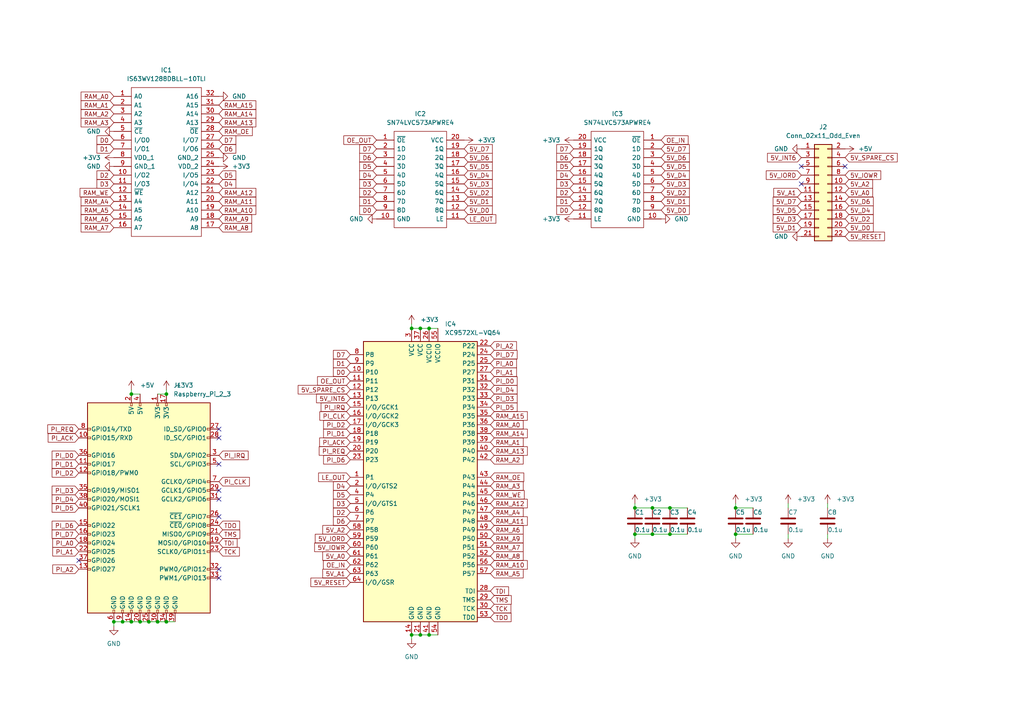
<source format=kicad_sch>
(kicad_sch (version 20221004) (generator eeschema)
  (paper "A4")
  (lib_symbols
    (symbol "Adafruit:Raspberry Pi" (pin_names (offset 1.016))
      (property "Reference" "A" (at -20.3454 26.6954 0))
      (property "Value" "Raspberry Pi" (at -20.3454 -30.5054 0))
      (symbol "Raspberry Pi_0_1"
        (rectangle (start -17.78 30.48) (end 17.78 -30.48) (stroke (width 0.254)) (fill (type background)))
      )
      (symbol "Raspberry Pi_1_1"
        (rectangle (start -16.891 -17.526) (end -17.78 -18.034))
        (rectangle (start -16.891 -14.986) (end -17.78 -15.494))
        (rectangle (start -16.891 -12.446) (end -17.78 -12.954))
        (rectangle (start -16.891 -9.906) (end -17.78 -10.414))
        (rectangle (start -16.891 -7.366) (end -17.78 -7.874))
        (rectangle (start -16.891 -4.826) (end -17.78 -5.334))
        (rectangle (start -16.891 0.254) (end -17.78 -0.254))
        (rectangle (start -16.891 2.794) (end -17.78 2.286))
        (rectangle (start -16.891 5.334) (end -17.78 4.826))
        (rectangle (start -16.891 10.414) (end -17.78 9.906))
        (rectangle (start -16.891 12.954) (end -17.78 12.446))
        (rectangle (start -16.891 15.494) (end -17.78 14.986))
        (rectangle (start -16.891 20.574) (end -17.78 20.066))
        (rectangle (start -16.891 23.114) (end -17.78 22.606))
        (rectangle (start -10.414 -29.591) (end -9.906 -30.48))
        (rectangle (start -7.874 -29.591) (end -7.366 -30.48))
        (rectangle (start -5.334 -29.591) (end -4.826 -30.48))
        (rectangle (start -5.334 30.48) (end -4.826 29.591))
        (rectangle (start -2.794 -29.591) (end -2.286 -30.48))
        (rectangle (start -2.794 30.48) (end -2.286 29.591))
        (rectangle (start -0.254 -29.591) (end 0.254 -30.48))
        (rectangle (start 2.286 -29.591) (end 2.794 -30.48))
        (rectangle (start 2.286 30.48) (end 2.794 29.591))
        (rectangle (start 4.826 -29.591) (end 5.334 -30.48))
        (rectangle (start 4.826 30.48) (end 5.334 29.591))
        (rectangle (start 7.366 -29.591) (end 7.874 -30.48))
        (rectangle (start 17.78 -20.066) (end 16.891 -20.574))
        (rectangle (start 17.78 -17.526) (end 16.891 -18.034))
        (rectangle (start 17.78 -12.446) (end 16.891 -12.954))
        (rectangle (start 17.78 -9.906) (end 16.891 -10.414))
        (rectangle (start 17.78 -7.366) (end 16.891 -7.874))
        (rectangle (start 17.78 -4.826) (end 16.891 -5.334))
        (rectangle (start 17.78 -2.286) (end 16.891 -2.794))
        (rectangle (start 17.78 2.794) (end 16.891 2.286))
        (rectangle (start 17.78 5.334) (end 16.891 4.826))
        (rectangle (start 17.78 7.874) (end 16.891 7.366))
        (rectangle (start 17.78 12.954) (end 16.891 12.446))
        (rectangle (start 17.78 15.494) (end 16.891 14.986))
        (rectangle (start 17.78 20.574) (end 16.891 20.066))
        (rectangle (start 17.78 23.114) (end 16.891 22.606))
        (pin power_in line (at 2.54 33.02 270) (length 2.54) (name "3V3") (number "1"))
        (pin bidirectional line (at -20.32 20.32 0) (length 2.54) (name "GPIO15/RXD") (number "10"))
        (pin bidirectional line (at -20.32 12.7 0) (length 2.54) (name "GPIO17") (number "11"))
        (pin bidirectional line (at -20.32 10.16 0) (length 2.54) (name "GPIO18/PWM0") (number "12"))
        (pin bidirectional line (at -20.32 -17.78 0) (length 2.54) (name "GPIO27") (number "13"))
        (pin power_in line (at -5.08 -33.02 90) (length 2.54) (name "GND") (number "14"))
        (pin bidirectional line (at -20.32 -5.08 0) (length 2.54) (name "GPIO22") (number "15"))
        (pin bidirectional line (at -20.32 -7.62 0) (length 2.54) (name "GPIO23") (number "16"))
        (pin power_in line (at 5.08 33.02 270) (length 2.54) (name "3V3") (number "17"))
        (pin bidirectional line (at -20.32 -10.16 0) (length 2.54) (name "GPIO24") (number "18"))
        (pin bidirectional line (at 20.32 -10.16 180) (length 2.54) (name "MOSI0/GPIO10") (number "19"))
        (pin power_in line (at -5.08 33.02 270) (length 2.54) (name "5V") (number "2"))
        (pin power_in line (at -2.54 -33.02 90) (length 2.54) (name "GND") (number "20"))
        (pin bidirectional line (at 20.32 -7.62 180) (length 2.54) (name "MISO0/GPIO9") (number "21"))
        (pin bidirectional line (at -20.32 -12.7 0) (length 2.54) (name "GPIO25") (number "22"))
        (pin bidirectional line (at 20.32 -12.7 180) (length 2.54) (name "SCLK0/GPIO11") (number "23"))
        (pin bidirectional line (at 20.32 -5.08 180) (length 2.54) (name "~{CE0}/GPIO8") (number "24"))
        (pin power_in line (at 0 -33.02 90) (length 2.54) (name "GND") (number "25"))
        (pin bidirectional line (at 20.32 -2.54 180) (length 2.54) (name "~{CE1}/GPIO7") (number "26"))
        (pin bidirectional line (at 20.32 22.86 180) (length 2.54) (name "ID_SD/GPIO0") (number "27"))
        (pin bidirectional line (at 20.32 20.32 180) (length 2.54) (name "ID_SC/GPIO1") (number "28"))
        (pin bidirectional line (at 20.32 5.08 180) (length 2.54) (name "GCLK1/GPIO5") (number "29"))
        (pin bidirectional line (at 20.32 15.24 180) (length 2.54) (name "SDA/GPIO2") (number "3"))
        (pin power_in line (at 2.54 -33.02 90) (length 2.54) (name "GND") (number "30"))
        (pin bidirectional line (at 20.32 2.54 180) (length 2.54) (name "GCLK2/GPIO6") (number "31"))
        (pin bidirectional line (at 20.32 -17.78 180) (length 2.54) (name "PWM0/GPIO12") (number "32"))
        (pin bidirectional line (at 20.32 -20.32 180) (length 2.54) (name "PWM1/GPIO13") (number "33"))
        (pin power_in line (at 5.08 -33.02 90) (length 2.54) (name "GND") (number "34"))
        (pin bidirectional line (at -20.32 5.08 0) (length 2.54) (name "GPIO19/MISO1") (number "35"))
        (pin bidirectional line (at -20.32 15.24 0) (length 2.54) (name "GPIO16") (number "36"))
        (pin bidirectional line (at -20.32 -15.24 0) (length 2.54) (name "GPIO26") (number "37"))
        (pin bidirectional line (at -20.32 2.54 0) (length 2.54) (name "GPIO20/MOSI1") (number "38"))
        (pin power_in line (at 7.62 -33.02 90) (length 2.54) (name "GND") (number "39"))
        (pin power_in line (at -2.54 33.02 270) (length 2.54) (name "5V") (number "4"))
        (pin bidirectional line (at -20.32 0 0) (length 2.54) (name "GPIO21/SCLK1") (number "40"))
        (pin bidirectional line (at 20.32 12.7 180) (length 2.54) (name "SCL/GPIO3") (number "5"))
        (pin power_in line (at -10.16 -33.02 90) (length 2.54) (name "GND") (number "6"))
        (pin bidirectional line (at 20.32 7.62 180) (length 2.54) (name "GCLK0/GPIO4") (number "7"))
        (pin bidirectional line (at -20.32 22.86 0) (length 2.54) (name "GPIO14/TXD") (number "8"))
        (pin power_in line (at -7.62 -33.02 90) (length 2.54) (name "GND") (number "9"))
      )
    )
    (symbol "CPLD_Xilinx:XC9572XL-VQ64"
      (property "Reference" "U" (at -16.51 40.64 0))
      (property "Value" "XC9572XL-VQ64" (at -16.51 -43.18 0))
      (symbol "XC9572XL-VQ64_1_1"
        (rectangle (start -16.51 39.37) (end 16.51 -41.91) (stroke (width 0.254)) (fill (type background)))
        (pin bidirectional line (at -20.32 0 0) (length 3.81) (name "P1") (number "1"))
        (pin bidirectional line (at -20.32 30.48 0) (length 3.81) (name "P10") (number "10"))
        (pin bidirectional line (at -20.32 27.94 0) (length 3.81) (name "P11") (number "11"))
        (pin bidirectional line (at -20.32 25.4 0) (length 3.81) (name "P12") (number "12"))
        (pin bidirectional line (at -20.32 22.86 0) (length 3.81) (name "P13") (number "13"))
        (pin power_in line (at -2.54 -45.72 90) (length 3.81) (name "GND") (number "14"))
        (pin bidirectional line (at -20.32 20.32 0) (length 3.81) (name "I/O/GCK1") (number "15"))
        (pin bidirectional line (at -20.32 17.78 0) (length 3.81) (name "I/O/GCK2") (number "16"))
        (pin bidirectional line (at -20.32 15.24 0) (length 3.81) (name "I/O/GCK3") (number "17"))
        (pin bidirectional line (at -20.32 12.7 0) (length 3.81) (name "P18") (number "18"))
        (pin bidirectional line (at -20.32 10.16 0) (length 3.81) (name "P19") (number "19"))
        (pin bidirectional line (at -20.32 -2.54 0) (length 3.81) (name "I/O/GTS2") (number "2"))
        (pin bidirectional line (at -20.32 7.62 0) (length 3.81) (name "P20") (number "20"))
        (pin power_in line (at 0 -45.72 90) (length 3.81) (name "GND") (number "21"))
        (pin bidirectional line (at 20.32 38.1 180) (length 3.81) (name "P22") (number "22"))
        (pin bidirectional line (at -20.32 5.08 0) (length 3.81) (name "P23") (number "23"))
        (pin bidirectional line (at 20.32 35.56 180) (length 3.81) (name "P24") (number "24"))
        (pin bidirectional line (at 20.32 33.02 180) (length 3.81) (name "P25") (number "25"))
        (pin power_in line (at 2.54 43.18 270) (length 3.81) (name "VCCIO") (number "26"))
        (pin bidirectional line (at 20.32 30.48 180) (length 3.81) (name "P27") (number "27"))
        (pin input line (at 20.32 -33.02 180) (length 3.81) (name "TDI") (number "28"))
        (pin input line (at 20.32 -35.56 180) (length 3.81) (name "TMS") (number "29"))
        (pin power_in line (at -2.54 43.18 270) (length 3.81) (name "VCC") (number "3"))
        (pin input line (at 20.32 -38.1 180) (length 3.81) (name "TCK") (number "30"))
        (pin bidirectional line (at 20.32 27.94 180) (length 3.81) (name "P31") (number "31"))
        (pin bidirectional line (at 20.32 25.4 180) (length 3.81) (name "P32") (number "32"))
        (pin bidirectional line (at 20.32 22.86 180) (length 3.81) (name "P33") (number "33"))
        (pin bidirectional line (at 20.32 20.32 180) (length 3.81) (name "P34") (number "34"))
        (pin bidirectional line (at 20.32 17.78 180) (length 3.81) (name "P35") (number "35"))
        (pin bidirectional line (at 20.32 15.24 180) (length 3.81) (name "P36") (number "36"))
        (pin power_in line (at 0 43.18 270) (length 3.81) (name "VCC") (number "37"))
        (pin bidirectional line (at 20.32 12.7 180) (length 3.81) (name "P38") (number "38"))
        (pin bidirectional line (at 20.32 10.16 180) (length 3.81) (name "P39") (number "39"))
        (pin bidirectional line (at -20.32 -5.08 0) (length 3.81) (name "P4") (number "4"))
        (pin bidirectional line (at 20.32 7.62 180) (length 3.81) (name "P40") (number "40"))
        (pin power_in line (at 2.54 -45.72 90) (length 3.81) (name "GND") (number "41"))
        (pin bidirectional line (at 20.32 5.08 180) (length 3.81) (name "P42") (number "42"))
        (pin bidirectional line (at 20.32 0 180) (length 3.81) (name "P43") (number "43"))
        (pin bidirectional line (at 20.32 -2.54 180) (length 3.81) (name "P44") (number "44"))
        (pin bidirectional line (at 20.32 -5.08 180) (length 3.81) (name "P45") (number "45"))
        (pin bidirectional line (at 20.32 -7.62 180) (length 3.81) (name "P46") (number "46"))
        (pin bidirectional line (at 20.32 -10.16 180) (length 3.81) (name "P47") (number "47"))
        (pin bidirectional line (at 20.32 -12.7 180) (length 3.81) (name "P48") (number "48"))
        (pin bidirectional line (at 20.32 -15.24 180) (length 3.81) (name "P49") (number "49"))
        (pin bidirectional line (at -20.32 -7.62 0) (length 3.81) (name "I/O/GTS1") (number "5"))
        (pin bidirectional line (at 20.32 -17.78 180) (length 3.81) (name "P50") (number "50"))
        (pin bidirectional line (at 20.32 -20.32 180) (length 3.81) (name "P51") (number "51"))
        (pin bidirectional line (at 20.32 -22.86 180) (length 3.81) (name "P52") (number "52"))
        (pin output line (at 20.32 -40.64 180) (length 3.81) (name "TDO") (number "53"))
        (pin power_in line (at 5.08 -45.72 90) (length 3.81) (name "GND") (number "54"))
        (pin power_in line (at 5.08 43.18 270) (length 3.81) (name "VCCIO") (number "55"))
        (pin bidirectional line (at 20.32 -25.4 180) (length 3.81) (name "P56") (number "56"))
        (pin bidirectional line (at 20.32 -27.94 180) (length 3.81) (name "P57") (number "57"))
        (pin bidirectional line (at -20.32 -15.24 0) (length 3.81) (name "P58") (number "58"))
        (pin bidirectional line (at -20.32 -17.78 0) (length 3.81) (name "P59") (number "59"))
        (pin bidirectional line (at -20.32 -10.16 0) (length 3.81) (name "P6") (number "6"))
        (pin bidirectional line (at -20.32 -20.32 0) (length 3.81) (name "P60") (number "60"))
        (pin bidirectional line (at -20.32 -22.86 0) (length 3.81) (name "P61") (number "61"))
        (pin bidirectional line (at -20.32 -25.4 0) (length 3.81) (name "P62") (number "62"))
        (pin bidirectional line (at -20.32 -27.94 0) (length 3.81) (name "P63") (number "63"))
        (pin bidirectional line (at -20.32 -30.48 0) (length 3.81) (name "I/O/GSR") (number "64"))
        (pin bidirectional line (at -20.32 -12.7 0) (length 3.81) (name "P7") (number "7"))
        (pin bidirectional line (at -20.32 35.56 0) (length 3.81) (name "P8") (number "8"))
        (pin bidirectional line (at -20.32 33.02 0) (length 3.81) (name "P9") (number "9"))
      )
    )
    (symbol "Connector_Generic:Conn_02x11_Odd_Even" (pin_names (offset 1.016) hide)
      (property "Reference" "J" (at 1.27 15.24 0))
      (property "Value" "Conn_02x11_Odd_Even" (at 1.27 -15.24 0))
      (symbol "Conn_02x11_Odd_Even_1_1"
        (rectangle (start -1.27 -12.573) (end 0 -12.827) (stroke (width 0.1524)))
        (rectangle (start -1.27 -10.033) (end 0 -10.287) (stroke (width 0.1524)))
        (rectangle (start -1.27 -7.493) (end 0 -7.747) (stroke (width 0.1524)))
        (rectangle (start -1.27 -4.953) (end 0 -5.207) (stroke (width 0.1524)))
        (rectangle (start -1.27 -2.413) (end 0 -2.667) (stroke (width 0.1524)))
        (rectangle (start -1.27 0.127) (end 0 -0.127) (stroke (width 0.1524)))
        (rectangle (start -1.27 2.667) (end 0 2.413) (stroke (width 0.1524)))
        (rectangle (start -1.27 5.207) (end 0 4.953) (stroke (width 0.1524)))
        (rectangle (start -1.27 7.747) (end 0 7.493) (stroke (width 0.1524)))
        (rectangle (start -1.27 10.287) (end 0 10.033) (stroke (width 0.1524)))
        (rectangle (start -1.27 12.827) (end 0 12.573) (stroke (width 0.1524)))
        (rectangle (start -1.27 13.97) (end 3.81 -13.97) (stroke (width 0.254)) (fill (type background)))
        (rectangle (start 3.81 -12.573) (end 2.54 -12.827) (stroke (width 0.1524)))
        (rectangle (start 3.81 -10.033) (end 2.54 -10.287) (stroke (width 0.1524)))
        (rectangle (start 3.81 -7.493) (end 2.54 -7.747) (stroke (width 0.1524)))
        (rectangle (start 3.81 -4.953) (end 2.54 -5.207) (stroke (width 0.1524)))
        (rectangle (start 3.81 -2.413) (end 2.54 -2.667) (stroke (width 0.1524)))
        (rectangle (start 3.81 0.127) (end 2.54 -0.127) (stroke (width 0.1524)))
        (rectangle (start 3.81 2.667) (end 2.54 2.413) (stroke (width 0.1524)))
        (rectangle (start 3.81 5.207) (end 2.54 4.953) (stroke (width 0.1524)))
        (rectangle (start 3.81 7.747) (end 2.54 7.493) (stroke (width 0.1524)))
        (rectangle (start 3.81 10.287) (end 2.54 10.033) (stroke (width 0.1524)))
        (rectangle (start 3.81 12.827) (end 2.54 12.573) (stroke (width 0.1524)))
        (pin passive line (at -5.08 12.7 0) (length 3.81) (name "Pin_1") (number "1"))
        (pin passive line (at 7.62 2.54 180) (length 3.81) (name "Pin_10") (number "10"))
        (pin passive line (at -5.08 0 0) (length 3.81) (name "Pin_11") (number "11"))
        (pin passive line (at 7.62 0 180) (length 3.81) (name "Pin_12") (number "12"))
        (pin passive line (at -5.08 -2.54 0) (length 3.81) (name "Pin_13") (number "13"))
        (pin passive line (at 7.62 -2.54 180) (length 3.81) (name "Pin_14") (number "14"))
        (pin passive line (at -5.08 -5.08 0) (length 3.81) (name "Pin_15") (number "15"))
        (pin passive line (at 7.62 -5.08 180) (length 3.81) (name "Pin_16") (number "16"))
        (pin passive line (at -5.08 -7.62 0) (length 3.81) (name "Pin_17") (number "17"))
        (pin passive line (at 7.62 -7.62 180) (length 3.81) (name "Pin_18") (number "18"))
        (pin passive line (at -5.08 -10.16 0) (length 3.81) (name "Pin_19") (number "19"))
        (pin passive line (at 7.62 12.7 180) (length 3.81) (name "Pin_2") (number "2"))
        (pin passive line (at 7.62 -10.16 180) (length 3.81) (name "Pin_20") (number "20"))
        (pin passive line (at -5.08 -12.7 0) (length 3.81) (name "Pin_21") (number "21"))
        (pin passive line (at 7.62 -12.7 180) (length 3.81) (name "Pin_22") (number "22"))
        (pin passive line (at -5.08 10.16 0) (length 3.81) (name "Pin_3") (number "3"))
        (pin passive line (at 7.62 10.16 180) (length 3.81) (name "Pin_4") (number "4"))
        (pin passive line (at -5.08 7.62 0) (length 3.81) (name "Pin_5") (number "5"))
        (pin passive line (at 7.62 7.62 180) (length 3.81) (name "Pin_6") (number "6"))
        (pin passive line (at -5.08 5.08 0) (length 3.81) (name "Pin_7") (number "7"))
        (pin passive line (at 7.62 5.08 180) (length 3.81) (name "Pin_8") (number "8"))
        (pin passive line (at -5.08 2.54 0) (length 3.81) (name "Pin_9") (number "9"))
      )
    )
    (symbol "Device:C" (pin_numbers hide) (pin_names (offset 0.254))
      (property "Reference" "C" (at 0.635 2.54 0))
      (property "Value" "C" (at 0.635 -2.54 0))
      (symbol "C_0_1"
        (polyline (pts (xy -2.032 -0.762) (xy 2.032 -0.762)) (stroke (width 0.508)))
        (polyline (pts (xy -2.032 0.762) (xy 2.032 0.762)) (stroke (width 0.508)))
      )
      (symbol "C_1_1"
        (pin passive line (at 0 3.81 270) (length 2.794) (name "~") (number "1"))
        (pin passive line (at 0 -3.81 90) (length 2.794) (name "~") (number "2"))
      )
    )
    (symbol "SamacSys_Parts:IS63WV1288DBLL-10TLI" (pin_names (offset 0.762))
      (property "Reference" "IC" (at 26.67 7.62 0))
      (property "Value" "IS63WV1288DBLL-10TLI" (at 26.67 5.08 0))
      (symbol "IS63WV1288DBLL-10TLI_0_0"
        (pin passive line (at 0 0 0) (length 5.08) (name "A0") (number "1"))
        (pin passive line (at 0 -22.86 0) (length 5.08) (name "I/O2") (number "10"))
        (pin passive line (at 0 -25.4 0) (length 5.08) (name "I/O3") (number "11"))
        (pin passive line (at 0 -27.94 0) (length 5.08) (name "~{WE}") (number "12"))
        (pin passive line (at 0 -30.48 0) (length 5.08) (name "A4") (number "13"))
        (pin passive line (at 0 -33.02 0) (length 5.08) (name "A5") (number "14"))
        (pin passive line (at 0 -35.56 0) (length 5.08) (name "A6") (number "15"))
        (pin passive line (at 0 -38.1 0) (length 5.08) (name "A7") (number "16"))
        (pin passive line (at 30.48 -38.1 180) (length 5.08) (name "A8") (number "17"))
        (pin passive line (at 30.48 -35.56 180) (length 5.08) (name "A9") (number "18"))
        (pin passive line (at 30.48 -33.02 180) (length 5.08) (name "A10") (number "19"))
        (pin passive line (at 0 -2.54 0) (length 5.08) (name "A1") (number "2"))
        (pin passive line (at 30.48 -30.48 180) (length 5.08) (name "A11") (number "20"))
        (pin passive line (at 30.48 -27.94 180) (length 5.08) (name "A12") (number "21"))
        (pin passive line (at 30.48 -25.4 180) (length 5.08) (name "I/O4") (number "22"))
        (pin passive line (at 30.48 -22.86 180) (length 5.08) (name "I/O5") (number "23"))
        (pin passive line (at 30.48 -20.32 180) (length 5.08) (name "VDD_2") (number "24"))
        (pin passive line (at 30.48 -17.78 180) (length 5.08) (name "GND_2") (number "25"))
        (pin passive line (at 30.48 -15.24 180) (length 5.08) (name "I/O6") (number "26"))
        (pin passive line (at 30.48 -12.7 180) (length 5.08) (name "I/O7") (number "27"))
        (pin passive line (at 30.48 -10.16 180) (length 5.08) (name "~{OE}") (number "28"))
        (pin passive line (at 30.48 -7.62 180) (length 5.08) (name "A13") (number "29"))
        (pin passive line (at 0 -5.08 0) (length 5.08) (name "A2") (number "3"))
        (pin passive line (at 30.48 -5.08 180) (length 5.08) (name "A14") (number "30"))
        (pin passive line (at 30.48 -2.54 180) (length 5.08) (name "A15") (number "31"))
        (pin passive line (at 30.48 0 180) (length 5.08) (name "A16") (number "32"))
        (pin passive line (at 0 -7.62 0) (length 5.08) (name "A3") (number "4"))
        (pin passive line (at 0 -10.16 0) (length 5.08) (name "~{CE}") (number "5"))
        (pin passive line (at 0 -12.7 0) (length 5.08) (name "I/O0") (number "6"))
        (pin passive line (at 0 -15.24 0) (length 5.08) (name "I/O1") (number "7"))
        (pin passive line (at 0 -17.78 0) (length 5.08) (name "VDD_1") (number "8"))
        (pin passive line (at 0 -20.32 0) (length 5.08) (name "GND_1") (number "9"))
      )
      (symbol "IS63WV1288DBLL-10TLI_0_1"
        (polyline (pts (xy 5.08 2.54) (xy 25.4 2.54) (xy 25.4 -40.64) (xy 5.08 -40.64) (xy 5.08 2.54)) (stroke (width 0.1524)))
      )
    )
    (symbol "SamacSys_Parts:SN74LVC573APWRE4" (pin_names (offset 0.762))
      (property "Reference" "IC" (at 21.59 7.62 0))
      (property "Value" "SN74LVC573APWRE4" (at 21.59 5.08 0))
      (symbol "SN74LVC573APWRE4_0_0"
        (pin passive line (at 0 0 0) (length 5.08) (name "~{OE}") (number "1"))
        (pin passive line (at 0 -22.86 0) (length 5.08) (name "GND") (number "10"))
        (pin passive line (at 25.4 -22.86 180) (length 5.08) (name "LE") (number "11"))
        (pin passive line (at 25.4 -20.32 180) (length 5.08) (name "8Q") (number "12"))
        (pin passive line (at 25.4 -17.78 180) (length 5.08) (name "7Q") (number "13"))
        (pin passive line (at 25.4 -15.24 180) (length 5.08) (name "6Q") (number "14"))
        (pin passive line (at 25.4 -12.7 180) (length 5.08) (name "5Q") (number "15"))
        (pin passive line (at 25.4 -10.16 180) (length 5.08) (name "4Q") (number "16"))
        (pin passive line (at 25.4 -7.62 180) (length 5.08) (name "3Q") (number "17"))
        (pin passive line (at 25.4 -5.08 180) (length 5.08) (name "2Q") (number "18"))
        (pin passive line (at 25.4 -2.54 180) (length 5.08) (name "1Q") (number "19"))
        (pin passive line (at 0 -2.54 0) (length 5.08) (name "1D") (number "2"))
        (pin passive line (at 25.4 0 180) (length 5.08) (name "VCC") (number "20"))
        (pin passive line (at 0 -5.08 0) (length 5.08) (name "2D") (number "3"))
        (pin passive line (at 0 -7.62 0) (length 5.08) (name "3D") (number "4"))
        (pin passive line (at 0 -10.16 0) (length 5.08) (name "4D") (number "5"))
        (pin passive line (at 0 -12.7 0) (length 5.08) (name "5D") (number "6"))
        (pin passive line (at 0 -15.24 0) (length 5.08) (name "6D") (number "7"))
        (pin passive line (at 0 -17.78 0) (length 5.08) (name "7D") (number "8"))
        (pin passive line (at 0 -20.32 0) (length 5.08) (name "8D") (number "9"))
      )
      (symbol "SN74LVC573APWRE4_0_1"
        (polyline (pts (xy 5.08 2.54) (xy 20.32 2.54) (xy 20.32 -25.4) (xy 5.08 -25.4) (xy 5.08 2.54)) (stroke (width 0.1524)))
      )
    )
    (symbol "power:+3V3" (power) (pin_names (offset 0))
      (property "Value" "+3V3" (at 0 3.556 0))
      (symbol "+3V3_0_1"
        (polyline (pts (xy -0.762 1.27) (xy 0 2.54)))
        (polyline (pts (xy 0 0) (xy 0 2.54)))
        (polyline (pts (xy 0 2.54) (xy 0.762 1.27)))
      )
      (symbol "+3V3_1_1"
        (pin power_in line (at 0 0 90) (length 0) hide (name "+3V3") (number "1"))
      )
    )
    (symbol "power:+5V" (power) (pin_names (offset 0))
      (property "Value" "+5V" (at 0 3.556 0))
      (symbol "+5V_0_1"
        (polyline (pts (xy -0.762 1.27) (xy 0 2.54)))
        (polyline (pts (xy 0 0) (xy 0 2.54)))
        (polyline (pts (xy 0 2.54) (xy 0.762 1.27)))
      )
      (symbol "+5V_1_1"
        (pin power_in line (at 0 0 90) (length 0) hide (name "+5V") (number "1"))
      )
    )
    (symbol "power:GND" (power) (pin_names (offset 0))
      (property "Value" "GND" (at 0 -3.81 0))
      (symbol "GND_0_1"
        (polyline (pts (xy 0 0) (xy 0 -1.27) (xy 1.27 -1.27) (xy 0 -2.54) (xy -1.27 -1.27) (xy 0 -1.27)))
      )
      (symbol "GND_1_1"
        (pin power_in line (at 0 0 270) (length 0) hide (name "GND") (number "1"))
      )
    )
  )
  (junction (at 121.92 184.15))
  (junction (at 184.15 147.32))
  (junction (at 124.46 184.15))
  (junction (at 184.15 154.94))
  (junction (at 48.26 114.3))
  (junction (at 33.02 180.34))
  (junction (at 213.36 154.94))
  (junction (at 124.46 95.25))
  (junction (at 189.23 147.32))
  (junction (at 38.1 180.34))
  (junction (at 45.72 180.34))
  (junction (at 40.64 180.34))
  (junction (at 48.26 180.34))
  (junction (at 189.23 154.94))
  (junction (at 119.38 184.15))
  (junction (at 194.31 147.32))
  (junction (at 43.18 180.34))
  (junction (at 38.1 114.3))
  (junction (at 35.56 180.34))
  (junction (at 213.36 147.32))
  (junction (at 121.92 95.25))
  (junction (at 119.38 95.25))
  (junction (at 194.31 154.94))
  (no_connect (at 232.41 53.34))
  (no_connect (at 245.11 48.26))
  (no_connect (at 63.5 142.24))
  (no_connect (at 63.5 144.78))
  (no_connect (at 63.5 149.86))
  (no_connect (at 63.5 167.64))
  (no_connect (at 63.5 127))
  (no_connect (at 63.5 124.46))
  (no_connect (at 63.5 165.1))
  (no_connect (at 63.5 134.62))
  (no_connect (at 232.41 48.26))
  (no_connect (at 22.86 162.56))
  (wire (pts (xy 48.26 180.34) (xy 50.8 180.34)))
  (wire (pts (xy 184.15 154.94) (xy 189.23 154.94)))
  (wire (pts (xy 194.31 147.32) (xy 199.39 147.32)))
  (wire (pts (xy 189.23 154.94) (xy 194.31 154.94)))
  (wire (pts (xy 45.72 114.3) (xy 48.26 114.3)))
  (wire (pts (xy 189.23 147.32) (xy 194.31 147.32)))
  (wire (pts (xy 43.18 180.34) (xy 45.72 180.34)))
  (wire (pts (xy 184.15 146.05) (xy 184.15 147.32)))
  (wire (pts (xy 119.38 184.15) (xy 121.92 184.15)))
  (wire (pts (xy 33.02 180.34) (xy 35.56 180.34)))
  (wire (pts (xy 121.92 95.25) (xy 124.46 95.25)))
  (wire (pts (xy 38.1 113.03) (xy 38.1 114.3)))
  (wire (pts (xy 38.1 114.3) (xy 40.64 114.3)))
  (wire (pts (xy 40.64 180.34) (xy 43.18 180.34)))
  (wire (pts (xy 240.03 146.05) (xy 240.03 147.32)))
  (wire (pts (xy 119.38 95.25) (xy 121.92 95.25)))
  (wire (pts (xy 194.31 154.94) (xy 199.39 154.94)))
  (wire (pts (xy 121.92 184.15) (xy 124.46 184.15)))
  (wire (pts (xy 213.36 146.05) (xy 213.36 147.32)))
  (wire (pts (xy 124.46 95.25) (xy 127 95.25)))
  (wire (pts (xy 228.6 154.94) (xy 228.6 156.21)))
  (wire (pts (xy 119.38 93.98) (xy 119.38 95.25)))
  (wire (pts (xy 38.1 180.34) (xy 40.64 180.34)))
  (wire (pts (xy 213.36 154.94) (xy 213.36 156.21)))
  (wire (pts (xy 48.26 113.03) (xy 48.26 114.3)))
  (wire (pts (xy 124.46 184.15) (xy 127 184.15)))
  (wire (pts (xy 184.15 147.32) (xy 189.23 147.32)))
  (wire (pts (xy 45.72 180.34) (xy 48.26 180.34)))
  (wire (pts (xy 35.56 180.34) (xy 38.1 180.34)))
  (wire (pts (xy 184.15 154.94) (xy 184.15 156.21)))
  (wire (pts (xy 119.38 184.15) (xy 119.38 185.42)))
  (wire (pts (xy 33.02 180.34) (xy 33.02 181.61)))
  (wire (pts (xy 228.6 146.05) (xy 228.6 147.32)))
  (wire (pts (xy 240.03 154.94) (xy 240.03 156.21)))
  (wire (pts (xy 213.36 147.32) (xy 218.44 147.32)))
  (wire (pts (xy 213.36 154.94) (xy 218.44 154.94)))
  (global_label "D6" (shape input) (at 101.6 151.13 180) (property "Intersheet References" "${INTERSHEET_REFS}" (effects hide)))
  (global_label "RAM_A6" (shape input) (at 142.24 153.67 0) (property "Intersheet References" "${INTERSHEET_REFS}" (effects hide)))
  (global_label "D2" (shape input) (at 33.02 50.8 180) (property "Intersheet References" "${INTERSHEET_REFS}" (effects hide)))
  (global_label "PI_REQ" (shape input) (at 101.6 130.81 180) (property "Intersheet References" "${INTERSHEET_REFS}" (effects hide)))
  (global_label "5V_RESET" (shape input) (at 101.6 168.91 180) (property "Intersheet References" "${INTERSHEET_REFS}" (effects hide)))
  (global_label "LE_OUT" (shape input) (at 134.62 63.5 0) (property "Intersheet References" "${INTERSHEET_REFS}" (effects hide)))
  (global_label "5V_D2" (shape input) (at 245.11 63.5 0) (property "Intersheet References" "${INTERSHEET_REFS}" (effects hide)))
  (global_label "5V_D1" (shape input) (at 134.62 58.42 0) (property "Intersheet References" "${INTERSHEET_REFS}" (effects hide)))
  (global_label "D5" (shape input) (at 101.6 143.51 180) (property "Intersheet References" "${INTERSHEET_REFS}" (effects hide)))
  (global_label "D4" (shape input) (at 109.22 50.8 180) (property "Intersheet References" "${INTERSHEET_REFS}" (effects hide)))
  (global_label "5V_RESET" (shape input) (at 245.11 68.58 0) (property "Intersheet References" "${INTERSHEET_REFS}" (effects hide)))
  (global_label "RAM_A1" (shape input) (at 142.24 128.27 0) (property "Intersheet References" "${INTERSHEET_REFS}" (effects hide)))
  (global_label "RAM_A14" (shape input) (at 63.5 33.02 0) (property "Intersheet References" "${INTERSHEET_REFS}" (effects hide)))
  (global_label "RAM_A7" (shape input) (at 33.02 66.04 180) (property "Intersheet References" "${INTERSHEET_REFS}" (effects hide)))
  (global_label "RAM_A12" (shape input) (at 142.24 146.05 0) (property "Intersheet References" "${INTERSHEET_REFS}" (effects hide)))
  (global_label "TMS" (shape input) (at 63.5 154.94 0) (property "Intersheet References" "${INTERSHEET_REFS}" (effects hide)))
  (global_label "D0" (shape input) (at 166.37 60.96 180) (property "Intersheet References" "${INTERSHEET_REFS}" (effects hide)))
  (global_label "5V_D7" (shape input) (at 232.41 58.42 180) (property "Intersheet References" "${INTERSHEET_REFS}" (effects hide)))
  (global_label "D5" (shape input) (at 109.22 48.26 180) (property "Intersheet References" "${INTERSHEET_REFS}" (effects hide)))
  (global_label "RAM_A11" (shape input) (at 63.5 58.42 0) (property "Intersheet References" "${INTERSHEET_REFS}" (effects hide)))
  (global_label "5V_D5" (shape input) (at 134.62 48.26 0) (property "Intersheet References" "${INTERSHEET_REFS}" (effects hide)))
  (global_label "RAM_A12" (shape input) (at 63.5 55.88 0) (property "Intersheet References" "${INTERSHEET_REFS}" (effects hide)))
  (global_label "PI_D7" (shape input) (at 22.86 154.94 180) (property "Intersheet References" "${INTERSHEET_REFS}" (effects hide)))
  (global_label "PI_A0" (shape input) (at 22.86 157.48 180) (property "Intersheet References" "${INTERSHEET_REFS}" (effects hide)))
  (global_label "PI_A0" (shape input) (at 142.24 105.41 0) (property "Intersheet References" "${INTERSHEET_REFS}" (effects hide)))
  (global_label "5V_SPARE_CS" (shape input) (at 101.6 113.03 180) (property "Intersheet References" "${INTERSHEET_REFS}" (effects hide)))
  (global_label "PI_ACK" (shape input) (at 101.6 128.27 180) (property "Intersheet References" "${INTERSHEET_REFS}" (effects hide)))
  (global_label "5V_IORD" (shape input) (at 101.6 156.21 180) (property "Intersheet References" "${INTERSHEET_REFS}" (effects hide)))
  (global_label "RAM_A1" (shape input) (at 33.02 30.48 180) (property "Intersheet References" "${INTERSHEET_REFS}" (effects hide)))
  (global_label "RAM_A5" (shape input) (at 142.24 166.37 0) (property "Intersheet References" "${INTERSHEET_REFS}" (effects hide)))
  (global_label "5V_D2" (shape input) (at 191.77 55.88 0) (property "Intersheet References" "${INTERSHEET_REFS}" (effects hide)))
  (global_label "PI_D2" (shape input) (at 101.6 123.19 180) (property "Intersheet References" "${INTERSHEET_REFS}" (effects hide)))
  (global_label "PI_D0" (shape input) (at 22.86 132.08 180) (property "Intersheet References" "${INTERSHEET_REFS}" (effects hide)))
  (global_label "PI_D4" (shape input) (at 142.24 113.03 0) (property "Intersheet References" "${INTERSHEET_REFS}" (effects hide)))
  (global_label "5V_A1" (shape input) (at 101.6 166.37 180) (property "Intersheet References" "${INTERSHEET_REFS}" (effects hide)))
  (global_label "PI_D1" (shape input) (at 101.6 125.73 180) (property "Intersheet References" "${INTERSHEET_REFS}" (effects hide)))
  (global_label "RAM_A13" (shape input) (at 63.5 35.56 0) (property "Intersheet References" "${INTERSHEET_REFS}" (effects hide)))
  (global_label "5V_D1" (shape input) (at 191.77 58.42 0) (property "Intersheet References" "${INTERSHEET_REFS}" (effects hide)))
  (global_label "RAM_OE" (shape input) (at 63.5 38.1 0) (property "Intersheet References" "${INTERSHEET_REFS}" (effects hide)))
  (global_label "LE_OUT" (shape input) (at 101.6 138.43 180) (property "Intersheet References" "${INTERSHEET_REFS}" (effects hide)))
  (global_label "D2" (shape input) (at 101.6 148.59 180) (property "Intersheet References" "${INTERSHEET_REFS}" (effects hide)))
  (global_label "PI_A1" (shape input) (at 142.24 107.95 0) (property "Intersheet References" "${INTERSHEET_REFS}" (effects hide)))
  (global_label "PI_D4" (shape input) (at 22.86 144.78 180) (property "Intersheet References" "${INTERSHEET_REFS}" (effects hide)))
  (global_label "RAM_A13" (shape input) (at 142.24 130.81 0) (property "Intersheet References" "${INTERSHEET_REFS}" (effects hide)))
  (global_label "5V_D5" (shape input) (at 232.41 60.96 180) (property "Intersheet References" "${INTERSHEET_REFS}" (effects hide)))
  (global_label "D1" (shape input) (at 33.02 43.18 180) (property "Intersheet References" "${INTERSHEET_REFS}" (effects hide)))
  (global_label "RAM_A2" (shape input) (at 142.24 133.35 0) (property "Intersheet References" "${INTERSHEET_REFS}" (effects hide)))
  (global_label "5V_D6" (shape input) (at 191.77 45.72 0) (property "Intersheet References" "${INTERSHEET_REFS}" (effects hide)))
  (global_label "PI_IRQ" (shape input) (at 63.5 132.08 0) (property "Intersheet References" "${INTERSHEET_REFS}" (effects hide)))
  (global_label "D4" (shape input) (at 166.37 50.8 180) (property "Intersheet References" "${INTERSHEET_REFS}" (effects hide)))
  (global_label "D7" (shape input) (at 109.22 43.18 180) (property "Intersheet References" "${INTERSHEET_REFS}" (effects hide)))
  (global_label "5V_A0" (shape input) (at 245.11 55.88 0) (property "Intersheet References" "${INTERSHEET_REFS}" (effects hide)))
  (global_label "PI_D7" (shape input) (at 142.24 102.87 0) (property "Intersheet References" "${INTERSHEET_REFS}" (effects hide)))
  (global_label "RAM_A15" (shape input) (at 63.5 30.48 0) (property "Intersheet References" "${INTERSHEET_REFS}" (effects hide)))
  (global_label "TDI" (shape input) (at 142.24 171.45 0) (property "Intersheet References" "${INTERSHEET_REFS}" (effects hide)))
  (global_label "TMS" (shape input) (at 142.24 173.99 0) (property "Intersheet References" "${INTERSHEET_REFS}" (effects hide)))
  (global_label "5V_SPARE_CS" (shape input) (at 245.11 45.72 0) (property "Intersheet References" "${INTERSHEET_REFS}" (effects hide)))
  (global_label "5V_D4" (shape input) (at 245.11 60.96 0) (property "Intersheet References" "${INTERSHEET_REFS}" (effects hide)))
  (global_label "D0" (shape input) (at 101.6 107.95 180) (property "Intersheet References" "${INTERSHEET_REFS}" (effects hide)))
  (global_label "5V_D4" (shape input) (at 191.77 50.8 0) (property "Intersheet References" "${INTERSHEET_REFS}" (effects hide)))
  (global_label "RAM_A8" (shape input) (at 63.5 66.04 0) (property "Intersheet References" "${INTERSHEET_REFS}" (effects hide)))
  (global_label "5V_INT6" (shape input) (at 101.6 115.57 180) (property "Intersheet References" "${INTERSHEET_REFS}" (effects hide)))
  (global_label "5V_D7" (shape input) (at 134.62 43.18 0) (property "Intersheet References" "${INTERSHEET_REFS}" (effects hide)))
  (global_label "D3" (shape input) (at 166.37 53.34 180) (property "Intersheet References" "${INTERSHEET_REFS}" (effects hide)))
  (global_label "OE_OUT" (shape input) (at 101.6 110.49 180) (property "Intersheet References" "${INTERSHEET_REFS}" (effects hide)))
  (global_label "PI_A2" (shape input) (at 22.86 165.1 180) (property "Intersheet References" "${INTERSHEET_REFS}" (effects hide)))
  (global_label "TDO" (shape input) (at 63.5 152.4 0) (property "Intersheet References" "${INTERSHEET_REFS}" (effects hide)))
  (global_label "RAM_WE" (shape input) (at 33.02 55.88 180) (property "Intersheet References" "${INTERSHEET_REFS}" (effects hide)))
  (global_label "D5" (shape input) (at 166.37 48.26 180) (property "Intersheet References" "${INTERSHEET_REFS}" (effects hide)))
  (global_label "PI_A2" (shape input) (at 142.24 100.33 0) (property "Intersheet References" "${INTERSHEET_REFS}" (effects hide)))
  (global_label "RAM_OE" (shape input) (at 142.24 138.43 0) (property "Intersheet References" "${INTERSHEET_REFS}" (effects hide)))
  (global_label "RAM_A10" (shape input) (at 142.24 163.83 0) (property "Intersheet References" "${INTERSHEET_REFS}" (effects hide)))
  (global_label "5V_D0" (shape input) (at 134.62 60.96 0) (property "Intersheet References" "${INTERSHEET_REFS}" (effects hide)))
  (global_label "RAM_A10" (shape input) (at 63.5 60.96 0) (property "Intersheet References" "${INTERSHEET_REFS}" (effects hide)))
  (global_label "5V_D5" (shape input) (at 191.77 48.26 0) (property "Intersheet References" "${INTERSHEET_REFS}" (effects hide)))
  (global_label "RAM_WE" (shape input) (at 142.24 143.51 0) (property "Intersheet References" "${INTERSHEET_REFS}" (effects hide)))
  (global_label "5V_IORD" (shape input) (at 232.41 50.8 180) (property "Intersheet References" "${INTERSHEET_REFS}" (effects hide)))
  (global_label "D5" (shape input) (at 63.5 50.8 0) (property "Intersheet References" "${INTERSHEET_REFS}" (effects hide)))
  (global_label "TDI" (shape input) (at 63.5 157.48 0) (property "Intersheet References" "${INTERSHEET_REFS}" (effects hide)))
  (global_label "D7" (shape input) (at 101.6 102.87 180) (property "Intersheet References" "${INTERSHEET_REFS}" (effects hide)))
  (global_label "D2" (shape input) (at 109.22 55.88 180) (property "Intersheet References" "${INTERSHEET_REFS}" (effects hide)))
  (global_label "5V_A2" (shape input) (at 101.6 153.67 180) (property "Intersheet References" "${INTERSHEET_REFS}" (effects hide)))
  (global_label "PI_REQ" (shape input) (at 22.86 124.46 180) (property "Intersheet References" "${INTERSHEET_REFS}" (effects hide)))
  (global_label "PI_D3" (shape input) (at 142.24 115.57 0) (property "Intersheet References" "${INTERSHEET_REFS}" (effects hide)))
  (global_label "D6" (shape input) (at 109.22 45.72 180) (property "Intersheet References" "${INTERSHEET_REFS}" (effects hide)))
  (global_label "RAM_A3" (shape input) (at 33.02 35.56 180) (property "Intersheet References" "${INTERSHEET_REFS}" (effects hide)))
  (global_label "RAM_A0" (shape input) (at 33.02 27.94 180) (property "Intersheet References" "${INTERSHEET_REFS}" (effects hide)))
  (global_label "5V_D1" (shape input) (at 232.41 66.04 180) (property "Intersheet References" "${INTERSHEET_REFS}" (effects hide)))
  (global_label "D2" (shape input) (at 166.37 55.88 180) (property "Intersheet References" "${INTERSHEET_REFS}" (effects hide)))
  (global_label "TDO" (shape input) (at 142.24 179.07 0) (property "Intersheet References" "${INTERSHEET_REFS}" (effects hide)))
  (global_label "RAM_A3" (shape input) (at 142.24 140.97 0) (property "Intersheet References" "${INTERSHEET_REFS}" (effects hide)))
  (global_label "D0" (shape input) (at 109.22 60.96 180) (property "Intersheet References" "${INTERSHEET_REFS}" (effects hide)))
  (global_label "PI_CLK" (shape input) (at 101.6 120.65 180) (property "Intersheet References" "${INTERSHEET_REFS}" (effects hide)))
  (global_label "5V_IOWR" (shape input) (at 245.11 50.8 0) (property "Intersheet References" "${INTERSHEET_REFS}" (effects hide)))
  (global_label "PI_CLK" (shape input) (at 63.5 139.7 0) (property "Intersheet References" "${INTERSHEET_REFS}" (effects hide)))
  (global_label "5V_D3" (shape input) (at 134.62 53.34 0) (property "Intersheet References" "${INTERSHEET_REFS}" (effects hide)))
  (global_label "RAM_A7" (shape input) (at 142.24 158.75 0) (property "Intersheet References" "${INTERSHEET_REFS}" (effects hide)))
  (global_label "OE_OUT" (shape input) (at 109.22 40.64 180) (property "Intersheet References" "${INTERSHEET_REFS}" (effects hide)))
  (global_label "D3" (shape input) (at 109.22 53.34 180) (property "Intersheet References" "${INTERSHEET_REFS}" (effects hide)))
  (global_label "5V_D7" (shape input) (at 191.77 43.18 0) (property "Intersheet References" "${INTERSHEET_REFS}" (effects hide)))
  (global_label "PI_D3" (shape input) (at 22.86 142.24 180) (property "Intersheet References" "${INTERSHEET_REFS}" (effects hide)))
  (global_label "TCK" (shape input) (at 63.5 160.02 0) (property "Intersheet References" "${INTERSHEET_REFS}" (effects hide)))
  (global_label "5V_D6" (shape input) (at 134.62 45.72 0) (property "Intersheet References" "${INTERSHEET_REFS}" (effects hide)))
  (global_label "D3" (shape input) (at 101.6 146.05 180) (property "Intersheet References" "${INTERSHEET_REFS}" (effects hide)))
  (global_label "D4" (shape input) (at 101.6 140.97 180) (property "Intersheet References" "${INTERSHEET_REFS}" (effects hide)))
  (global_label "PI_D6" (shape input) (at 101.6 133.35 180) (property "Intersheet References" "${INTERSHEET_REFS}" (effects hide)))
  (global_label "5V_D4" (shape input) (at 134.62 50.8 0) (property "Intersheet References" "${INTERSHEET_REFS}" (effects hide)))
  (global_label "D3" (shape input) (at 33.02 53.34 180) (property "Intersheet References" "${INTERSHEET_REFS}" (effects hide)))
  (global_label "RAM_A5" (shape input) (at 33.02 60.96 180) (property "Intersheet References" "${INTERSHEET_REFS}" (effects hide)))
  (global_label "RAM_A4" (shape input) (at 142.24 148.59 0) (property "Intersheet References" "${INTERSHEET_REFS}" (effects hide)))
  (global_label "D6" (shape input) (at 166.37 45.72 180) (property "Intersheet References" "${INTERSHEET_REFS}" (effects hide)))
  (global_label "TCK" (shape input) (at 142.24 176.53 0) (property "Intersheet References" "${INTERSHEET_REFS}" (effects hide)))
  (global_label "PI_D6" (shape input) (at 22.86 152.4 180) (property "Intersheet References" "${INTERSHEET_REFS}" (effects hide)))
  (global_label "PI_D5" (shape input) (at 142.24 118.11 0) (property "Intersheet References" "${INTERSHEET_REFS}" (effects hide)))
  (global_label "PI_D1" (shape input) (at 22.86 134.62 180) (property "Intersheet References" "${INTERSHEET_REFS}" (effects hide)))
  (global_label "D1" (shape input) (at 109.22 58.42 180) (property "Intersheet References" "${INTERSHEET_REFS}" (effects hide)))
  (global_label "5V_IOWR" (shape input) (at 101.6 158.75 180) (property "Intersheet References" "${INTERSHEET_REFS}" (effects hide)))
  (global_label "5V_A1" (shape input) (at 232.41 55.88 180) (property "Intersheet References" "${INTERSHEET_REFS}" (effects hide)))
  (global_label "5V_D0" (shape input) (at 191.77 60.96 0) (property "Intersheet References" "${INTERSHEET_REFS}" (effects hide)))
  (global_label "RAM_A8" (shape input) (at 142.24 161.29 0) (property "Intersheet References" "${INTERSHEET_REFS}" (effects hide)))
  (global_label "RAM_A0" (shape input) (at 142.24 123.19 0) (property "Intersheet References" "${INTERSHEET_REFS}" (effects hide)))
  (global_label "PI_D0" (shape input) (at 142.24 110.49 0) (property "Intersheet References" "${INTERSHEET_REFS}" (effects hide)))
  (global_label "RAM_A9" (shape input) (at 142.24 156.21 0) (property "Intersheet References" "${INTERSHEET_REFS}" (effects hide)))
  (global_label "5V_A0" (shape input) (at 101.6 161.29 180) (property "Intersheet References" "${INTERSHEET_REFS}" (effects hide)))
  (global_label "RAM_A11" (shape input) (at 142.24 151.13 0) (property "Intersheet References" "${INTERSHEET_REFS}" (effects hide)))
  (global_label "RAM_A14" (shape input) (at 142.24 125.73 0) (property "Intersheet References" "${INTERSHEET_REFS}" (effects hide)))
  (global_label "PI_A1" (shape input) (at 22.86 160.02 180) (property "Intersheet References" "${INTERSHEET_REFS}" (effects hide)))
  (global_label "RAM_A6" (shape input) (at 33.02 63.5 180) (property "Intersheet References" "${INTERSHEET_REFS}" (effects hide)))
  (global_label "D4" (shape input) (at 63.5 53.34 0) (property "Intersheet References" "${INTERSHEET_REFS}" (effects hide)))
  (global_label "5V_A2" (shape input) (at 245.11 53.34 0) (property "Intersheet References" "${INTERSHEET_REFS}" (effects hide)))
  (global_label "5V_D6" (shape input) (at 245.11 58.42 0) (property "Intersheet References" "${INTERSHEET_REFS}" (effects hide)))
  (global_label "5V_INT6" (shape input) (at 232.41 45.72 180) (property "Intersheet References" "${INTERSHEET_REFS}" (effects hide)))
  (global_label "RAM_A4" (shape input) (at 33.02 58.42 180) (property "Intersheet References" "${INTERSHEET_REFS}" (effects hide)))
  (global_label "5V_D3" (shape input) (at 232.41 63.5 180) (property "Intersheet References" "${INTERSHEET_REFS}" (effects hide)))
  (global_label "OE_IN" (shape input) (at 101.6 163.83 180) (property "Intersheet References" "${INTERSHEET_REFS}" (effects hide)))
  (global_label "PI_D2" (shape input) (at 22.86 137.16 180) (property "Intersheet References" "${INTERSHEET_REFS}" (effects hide)))
  (global_label "5V_D3" (shape input) (at 191.77 53.34 0) (property "Intersheet References" "${INTERSHEET_REFS}" (effects hide)))
  (global_label "D1" (shape input) (at 166.37 58.42 180) (property "Intersheet References" "${INTERSHEET_REFS}" (effects hide)))
  (global_label "D0" (shape input) (at 33.02 40.64 180) (property "Intersheet References" "${INTERSHEET_REFS}" (effects hide)))
  (global_label "PI_ACK" (shape input) (at 22.86 127 180) (property "Intersheet References" "${INTERSHEET_REFS}" (effects hide)))
  (global_label "RAM_A9" (shape input) (at 63.5 63.5 0) (property "Intersheet References" "${INTERSHEET_REFS}" (effects hide)))
  (global_label "OE_IN" (shape input) (at 191.77 40.64 0) (property "Intersheet References" "${INTERSHEET_REFS}" (effects hide)))
  (global_label "RAM_A15" (shape input) (at 142.24 120.65 0) (property "Intersheet References" "${INTERSHEET_REFS}" (effects hide)))
  (global_label "D7" (shape input) (at 166.37 43.18 180) (property "Intersheet References" "${INTERSHEET_REFS}" (effects hide)))
  (global_label "PI_IRQ" (shape input) (at 101.6 118.11 180) (property "Intersheet References" "${INTERSHEET_REFS}" (effects hide)))
  (global_label "PI_D5" (shape input) (at 22.86 147.32 180) (property "Intersheet References" "${INTERSHEET_REFS}" (effects hide)))
  (global_label "5V_D2" (shape input) (at 134.62 55.88 0) (property "Intersheet References" "${INTERSHEET_REFS}" (effects hide)))
  (global_label "5V_D0" (shape input) (at 245.11 66.04 0) (property "Intersheet References" "${INTERSHEET_REFS}" (effects hide)))
  (global_label "RAM_A2" (shape input) (at 33.02 33.02 180) (property "Intersheet References" "${INTERSHEET_REFS}" (effects hide)))
  (global_label "D6" (shape input) (at 63.5 43.18 0) (property "Intersheet References" "${INTERSHEET_REFS}" (effects hide)))
  (global_label "D1" (shape input) (at 101.6 105.41 180) (property "Intersheet References" "${INTERSHEET_REFS}" (effects hide)))
  (global_label "D7" (shape input) (at 63.5 40.64 0) (property "Intersheet References" "${INTERSHEET_REFS}" (effects hide)))
  (symbol (lib_id "power:GND") (at 240.03 156.21 0) (unit 1)
    (property "Reference" "#PWR026" (effects hide))
    (property "Value" "GND" (at 240.03 161.29 0))
  )
  (symbol (lib_id "SamacSys_Parts:IS63WV1288DBLL-10TLI") (at 33.02 27.94 0) (unit 1)
    (property "Reference" "IC1" (at 48.26 20.32 0))
    (property "Value" "IS63WV1288DBLL-10TLI" (at 48.26 22.86 0))
    (property "Footprint" "Package_SO:TSOP-II-32_21.0x10.2mm_P1.27mm" (effects hide))
    (property "Datasheet" "https://www.issi.com/WW/pdf/63-64WV1288DALL-DBLL.pdf" (effects hide))
    (property "Description" "SRAM 1M (128Kx8) 10ns Async SRAM 3.3v" (effects hide))
    (property "Height" "1.2" (effects hide))
    (property "Mouser Part Number" "870-63WV1288DB10TLI" (effects hide))
    (property "Mouser Price/Stock" "https://www.mouser.co.uk/ProductDetail/ISSI/IS63WV1288DBLL-10TLI?qs=NDi87N0IjkGAihl3CXK75w%3D%3D" (effects hide))
    (property "Manufacturer_Name" "Integrated Silicon Solution Inc." (effects hide))
    (property "Manufacturer_Part_Number" "IS63WV1288DBLL-10TLI" (effects hide))
  )
  (symbol (lib_id "Device:C") (at 194.31 151.13 0) (unit 1)
    (property "Reference" "C3" (at 194.31 148.59 0) (effects (justify left)))
    (property "Value" "0.1u" (at 194.31 153.67 0) (effects (justify left)))
    (property "Footprint" "Capacitor_SMD:C_0603_1608Metric" (effects hide))
  )
  (symbol (lib_id "power:+3V3") (at 33.02 45.72 90) (unit 1)
    (property "Reference" "#PWR02" (effects hide))
    (property "Value" "+3V3" (at 29.21 45.7199 90) (effects (justify left)))
  )
  (symbol (lib_id "power:GND") (at 232.41 43.18 270) (unit 1)
    (property "Reference" "#PWR016" (effects hide))
    (property "Value" "GND" (at 228.6 43.1799 90) (effects (justify right)))
  )
  (symbol (lib_id "power:+3V3") (at 119.38 93.98 0) (unit 1)
    (property "Reference" "#PWR09" (effects hide))
    (property "Value" "+3V3" (at 121.92 92.7099 0) (effects (justify left)))
  )
  (symbol (lib_id "power:+3V3") (at 228.6 146.05 0) (unit 1)
    (property "Reference" "#PWR023" (effects hide))
    (property "Value" "+3V3" (at 231.14 144.7799 0) (effects (justify left)))
  )
  (symbol (lib_id "Device:C") (at 213.36 151.13 0) (unit 1)
    (property "Reference" "C5" (at 213.36 148.59 0) (effects (justify left)))
    (property "Value" "0.1u" (at 213.36 153.67 0) (effects (justify left)))
    (property "Footprint" "Capacitor_SMD:C_0603_1608Metric" (effects hide))
  )
  (symbol (lib_id "power:GND") (at 184.15 156.21 0) (unit 1)
    (property "Reference" "#PWR020" (effects hide))
    (property "Value" "GND" (at 184.15 161.29 0))
  )
  (symbol (lib_id "Device:C") (at 218.44 151.13 0) (unit 1)
    (property "Reference" "C6" (at 218.44 148.59 0) (effects (justify left)))
    (property "Value" "0.1u" (at 218.44 153.67 0) (effects (justify left)))
    (property "Footprint" "Capacitor_SMD:C_0603_1608Metric" (effects hide))
  )
  (symbol (lib_id "power:+3V3") (at 166.37 40.64 90) (mirror x) (unit 1)
    (property "Reference" "#PWR012" (effects hide))
    (property "Value" "+3V3" (at 162.56 40.6399 90) (effects (justify left)))
  )
  (symbol (lib_id "Device:C") (at 240.03 151.13 0) (unit 1)
    (property "Reference" "C8" (at 240.03 148.59 0) (effects (justify left)))
    (property "Value" "0.1u" (at 240.03 153.67 0) (effects (justify left)))
    (property "Footprint" "Capacitor_SMD:C_0603_1608Metric" (effects hide))
  )
  (symbol (lib_id "power:GND") (at 33.02 181.61 0) (unit 1)
    (property "Reference" "#PWR04" (effects hide))
    (property "Value" "GND" (at 33.02 186.69 0))
  )
  (symbol (lib_id "Device:C") (at 199.39 151.13 0) (unit 1)
    (property "Reference" "C4" (at 199.39 148.59 0) (effects (justify left)))
    (property "Value" "0.1u" (at 199.39 153.67 0) (effects (justify left)))
    (property "Footprint" "Capacitor_SMD:C_0603_1608Metric" (effects hide))
  )
  (symbol (lib_id "power:GND") (at 228.6 156.21 0) (unit 1)
    (property "Reference" "#PWR024" (effects hide))
    (property "Value" "GND" (at 228.6 161.29 0))
  )
  (symbol (lib_id "power:+3V3") (at 166.37 63.5 90) (mirror x) (unit 1)
    (property "Reference" "#PWR013" (effects hide))
    (property "Value" "+3V3" (at 162.56 63.4999 90) (effects (justify left)))
  )
  (symbol (lib_id "SamacSys_Parts:SN74LVC573APWRE4") (at 109.22 40.64 0) (unit 1)
    (property "Reference" "IC2" (at 121.92 33.02 0))
    (property "Value" "SN74LVC573APWRE4" (at 121.92 35.56 0))
    (property "Footprint" "Package_SO:TSSOP-20_4.4x6.5mm_P0.65mm" (effects hide))
    (property "Datasheet" "https://www.ti.com/lit/gpn/sn74lvc573a" (effects hide))
    (property "Description" "Latch Transparent 3-ST 8-CH D-Type 20-Pin TSSOP T/R" (effects hide))
    (property "Height" "1.2" (effects hide))
    (property "Mouser Part Number" "595-SN74LVC573APWRE4" (effects hide))
    (property "Mouser Price/Stock" "https://www.mouser.co.uk/ProductDetail/Texas-Instruments/SN74LVC573APWRE4?qs=0smPjiIwnfKANmkGbWnRUQ%3D%3D" (effects hide))
    (property "Manufacturer_Name" "Texas Instruments" (effects hide))
    (property "Manufacturer_Part_Number" "SN74LVC573APWRE4" (effects hide))
  )
  (symbol (lib_id "power:GND") (at 191.77 63.5 90) (mirror x) (unit 1)
    (property "Reference" "#PWR015" (effects hide))
    (property "Value" "GND" (at 195.58 63.4999 90) (effects (justify right)))
  )
  (symbol (lib_id "power:GND") (at 63.5 27.94 90) (unit 1)
    (property "Reference" "#PWR0101" (effects hide))
    (property "Value" "GND" (at 67.31 27.9399 90) (effects (justify right)))
  )
  (symbol (lib_id "power:+3V3") (at 184.15 146.05 0) (unit 1)
    (property "Reference" "#PWR019" (effects hide))
    (property "Value" "+3V3" (at 186.69 144.7799 0) (effects (justify left)))
  )
  (symbol (lib_id "power:+3V3") (at 213.36 146.05 0) (unit 1)
    (property "Reference" "#PWR021" (effects hide))
    (property "Value" "+3V3" (at 215.9 144.7799 0) (effects (justify left)))
  )
  (symbol (lib_id "power:GND") (at 213.36 156.21 0) (unit 1)
    (property "Reference" "#PWR022" (effects hide))
    (property "Value" "GND" (at 213.36 161.29 0))
  )
  (symbol (lib_id "power:GND") (at 33.02 48.26 270) (unit 1)
    (property "Reference" "#PWR03" (effects hide))
    (property "Value" "GND" (at 29.21 48.2599 90) (effects (justify right)))
  )
  (symbol (lib_id "Device:C") (at 228.6 151.13 0) (unit 1)
    (property "Reference" "C7" (at 228.6 148.59 0) (effects (justify left)))
    (property "Value" "0.1u" (at 228.6 153.67 0) (effects (justify left)))
    (property "Footprint" "Capacitor_SMD:C_0603_1608Metric" (effects hide))
  )
  (symbol (lib_id "power:GND") (at 109.22 63.5 270) (unit 1)
    (property "Reference" "#PWR011" (effects hide))
    (property "Value" "GND" (at 105.41 63.4999 90) (effects (justify right)))
  )
  (symbol (lib_id "power:GND") (at 119.38 185.42 0) (unit 1)
    (property "Reference" "#PWR010" (effects hide))
    (property "Value" "GND" (at 119.38 190.5 0))
  )
  (symbol (lib_id "power:+3V3") (at 63.5 48.26 270) (unit 1)
    (property "Reference" "#PWR08" (effects hide))
    (property "Value" "+3V3" (at 67.31 48.2599 90) (effects (justify left)))
  )
  (symbol (lib_id "power:GND") (at 232.41 68.58 270) (unit 1)
    (property "Reference" "#PWR017" (effects hide))
    (property "Value" "GND" (at 228.6 68.5799 90) (effects (justify right)))
  )
  (symbol (lib_id "power:+5V") (at 38.1 113.03 0) (unit 1)
    (property "Reference" "#PWR05" (effects hide))
    (property "Value" "+5V" (at 40.64 111.7599 0) (effects (justify left)))
  )
  (symbol (lib_id "Device:C") (at 189.23 151.13 0) (unit 1)
    (property "Reference" "C2" (at 189.23 148.59 0) (effects (justify left)))
    (property "Value" "0.1u" (at 189.23 153.67 0) (effects (justify left)))
    (property "Footprint" "Capacitor_SMD:C_0603_1608Metric" (effects hide))
  )
  (symbol (lib_id "Connector_Generic:Conn_02x11_Odd_Even") (at 237.49 55.88 0) (unit 1)
    (property "Reference" "J2" (at 238.76 36.83 0))
    (property "Value" "Conn_02x11_Odd_Even" (at 238.76 39.37 0))
    (property "Footprint" "Connector_PinSocket_2.00mm:PinSocket_2x11_P2.00mm_Vertical_SMD" (effects hide))
  )
  (symbol (lib_id "power:+3V3") (at 134.62 40.64 270) (unit 1)
    (property "Reference" "#PWR014" (effects hide))
    (property "Value" "+3V3" (at 138.43 40.6399 90) (effects (justify left)))
  )
  (symbol (lib_id "power:GND") (at 63.5 45.72 90) (unit 1)
    (property "Reference" "#PWR07" (effects hide))
    (property "Value" "GND" (at 67.31 45.7199 90) (effects (justify right)))
  )
  (symbol (lib_id "power:GND") (at 33.02 38.1 270) (unit 1)
    (property "Reference" "#PWR01" (effects hide))
    (property "Value" "GND" (at 29.21 38.0999 90) (effects (justify right)))
  )
  (symbol (lib_id "power:+3V3") (at 48.26 113.03 0) (unit 1)
    (property "Reference" "#PWR06" (effects hide))
    (property "Value" "+3V3" (at 50.8 111.7599 0) (effects (justify left)))
  )
  (symbol (lib_id "Adafruit:Raspberry Pi") (at 43.18 147.32 0) (unit 1)
    (property "Reference" "J1" (at 50.2794 111.76 0) (effects (justify left)))
    (property "Value" "Raspberry_Pi_2_3" (at 50.2794 114.3 0) (effects (justify left)))
    (property "Footprint" "Adafruit:ADA3708_RPI-ZERO_NO_HOLES" (effects hide))
    (property "Datasheet" "https://www.raspberrypi.org/documentation/hardware/raspberrypi/schematics/rpi_SCH_3bplus_1p0_reduced.pdf" (effects hide))
    (property "MANUFACTURER" "Raspberry Pi Foundation" (effects hide))
  )
  (symbol (lib_id "SamacSys_Parts:SN74LVC573APWRE4") (at 191.77 40.64 0) (mirror y) (unit 1)
    (property "Reference" "IC3" (at 179.07 33.02 0))
    (property "Value" "SN74LVC573APWRE4" (at 179.07 35.56 0))
    (property "Footprint" "Package_SO:TSSOP-20_4.4x6.5mm_P0.65mm" (effects hide))
    (property "Datasheet" "https://www.ti.com/lit/gpn/sn74lvc573a" (effects hide))
    (property "Description" "Latch Transparent 3-ST 8-CH D-Type 20-Pin TSSOP T/R" (effects hide))
    (property "Height" "1.2" (effects hide))
    (property "Mouser Part Number" "595-SN74LVC573APWRE4" (effects hide))
    (property "Mouser Price/Stock" "https://www.mouser.co.uk/ProductDetail/Texas-Instruments/SN74LVC573APWRE4?qs=0smPjiIwnfKANmkGbWnRUQ%3D%3D" (effects hide))
    (property "Manufacturer_Name" "Texas Instruments" (effects hide))
    (property "Manufacturer_Part_Number" "SN74LVC573APWRE4" (effects hide))
  )
  (symbol (lib_id "CPLD_Xilinx:XC9572XL-VQ64") (at 121.92 138.43 0) (unit 1)
    (property "Reference" "IC4" (at 129.0194 93.98 0) (effects (justify left)))
    (property "Value" "XC9572XL-VQ64" (at 129.0194 96.52 0) (effects (justify left)))
    (property "Footprint" "Package_QFP:TQFP-64_10x10mm_P0.5mm" (effects hide))
    (property "Datasheet" "http://www.xilinx.com/support/documentation/data_sheets/ds057.pdf" (effects hide))
  )
  (symbol (lib_id "power:+3V3") (at 240.03 146.05 0) (unit 1)
    (property "Reference" "#PWR025" (effects hide))
    (property "Value" "+3V3" (at 242.57 144.7799 0) (effects (justify left)))
  )
  (symbol (lib_id "power:+5V") (at 245.11 43.18 270) (unit 1)
    (property "Reference" "#PWR018" (effects hide))
    (property "Value" "+5V" (at 248.92 43.1799 90) (effects (justify left)))
  )
  (symbol (lib_id "Device:C") (at 184.15 151.13 0) (unit 1)
    (property "Reference" "C1" (at 184.15 148.59 0) (effects (justify left)))
    (property "Value" "0.1u" (at 184.15 153.67 0) (effects (justify left)))
    (property "Footprint" "Capacitor_SMD:C_0603_1608Metric" (effects hide))
  )
)
</source>
